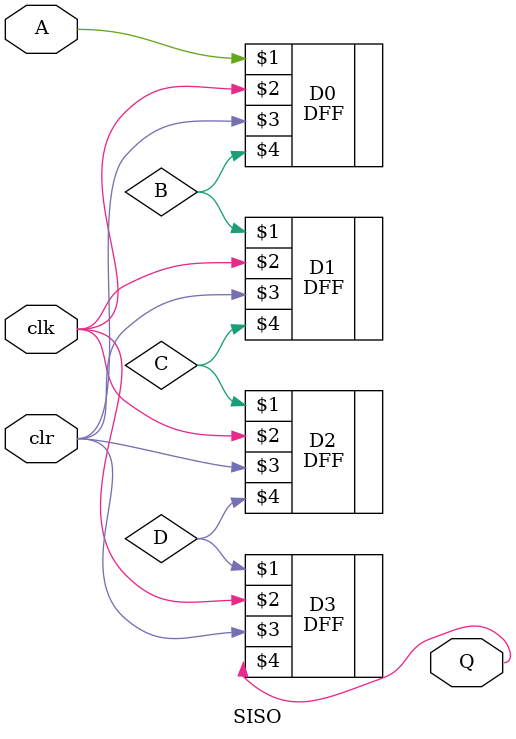
<source format=v>
`timescale 1ns / 1ps

module SISO(input A, clk, clr, output Q);
wire B, C, D;

DFF D0(A, clk, clr, B);
DFF D1(B, clk, clr, C);
DFF D2(C, clk, clr, D);
DFF D3(D, clk, clr, Q);

endmodule

</source>
